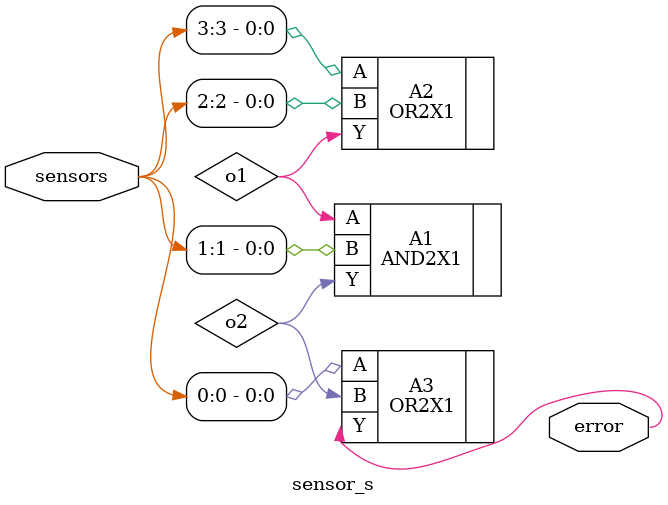
<source format=sv>

module sensor_s(
	
	input wire[3:0] sensors,
	output wire error
	
);

wire o1;
wire o2;

OR2X1 A2 (.Y(o1),.A(sensors[3]),.B(sensors[2]));
AND2X1 A1 (.Y(o2),.A(o1),.B(sensors[1]));
OR2X1 A3 (.Y(error),.A(sensors[0]),.B(o2));


endmodule


</source>
